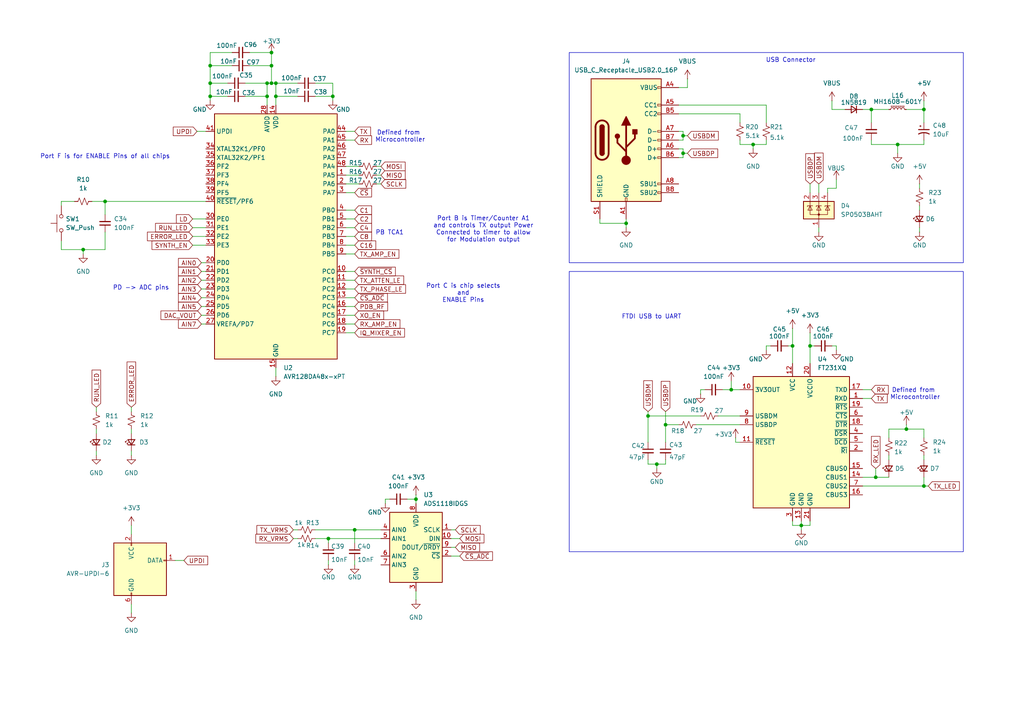
<source format=kicad_sch>
(kicad_sch (version 20231120) (generator "eeschema") (generator_version "8.0")
  (paper "A4")
  (title_block (date "2024-03-03") (rev "v1.0"))
  (junction (at 252.73 31.75))
  (junction (at 262.89 124.46))
  (junction (at 187.96 120.65))
  (junction (at 190.5 134.62))
  (junction (at 77.47 24.13))
  (junction (at 254 138.43))
  (junction (at 212.09 113.03))
  (junction (at 30.48 58.42))
  (junction (at 60.96 24.13))
  (junction (at 267.97 31.75))
  (junction (at 24.13 72.39))
  (junction (at 96.52 27.94))
  (junction (at 267.97 140.97))
  (junction (at 102.87 153.67))
  (junction (at 80.01 24.13))
  (junction (at 260.35 41.91))
  (junction (at 193.04 123.19))
  (junction (at 234.95 100.33))
  (junction (at 198.12 44.45))
  (junction (at 78.74 15.24))
  (junction (at 80.01 27.94))
  (junction (at 232.41 152.4))
  (junction (at 77.47 27.94))
  (junction (at 198.12 39.37))
  (junction (at 218.44 41.91))
  (junction (at 120.65 144.78))
  (junction (at 78.74 19.05))
  (junction (at 95.25 156.21))
  (junction (at 60.96 19.05))
  (junction (at 60.96 27.94))
  (junction (at 181.61 64.77))
  (junction (at 78.74 24.13))
  (junction (at 229.87 100.33))
  (wire (pts (xy 252.73 41.91) (xy 260.35 41.91)))
  (wire (pts (xy 72.39 19.05) (xy 78.74 19.05)))
  (wire (pts (xy 193.04 134.62) (xy 190.5 134.62)))
  (wire (pts (xy 234.95 100.33) (xy 234.95 105.41)))
  (wire (pts (xy 100.33 91.44) (xy 102.87 91.44)))
  (wire (pts (xy 130.81 161.29) (xy 133.35 161.29)))
  (wire (pts (xy 196.85 45.72) (xy 198.12 45.72)))
  (wire (pts (xy 60.96 15.24) (xy 60.96 19.05)))
  (wire (pts (xy 27.94 130.81) (xy 27.94 132.08)))
  (wire (pts (xy 58.42 83.82) (xy 59.69 83.82)))
  (wire (pts (xy 193.04 128.27) (xy 193.04 123.19)))
  (wire (pts (xy 267.97 127) (xy 267.97 124.46)))
  (wire (pts (xy 252.73 35.56) (xy 252.73 31.75)))
  (wire (pts (xy 111.76 144.78) (xy 113.03 144.78)))
  (wire (pts (xy 262.89 31.75) (xy 267.97 31.75)))
  (wire (pts (xy 254 138.43) (xy 250.19 138.43)))
  (wire (pts (xy 267.97 31.75) (xy 267.97 35.56)))
  (wire (pts (xy 100.33 73.66) (xy 102.87 73.66)))
  (wire (pts (xy 78.74 19.05) (xy 78.74 24.13)))
  (wire (pts (xy 232.41 152.4) (xy 232.41 151.13)))
  (wire (pts (xy 254 138.43) (xy 257.81 138.43)))
  (wire (pts (xy 91.44 153.67) (xy 102.87 153.67)))
  (wire (pts (xy 252.73 40.64) (xy 252.73 41.91)))
  (wire (pts (xy 80.01 106.68) (xy 80.01 109.22)))
  (wire (pts (xy 229.87 152.4) (xy 232.41 152.4)))
  (wire (pts (xy 196.85 38.1) (xy 198.12 38.1)))
  (wire (pts (xy 100.33 86.36) (xy 102.87 86.36)))
  (wire (pts (xy 173.99 64.77) (xy 181.61 64.77)))
  (wire (pts (xy 58.42 88.9) (xy 59.69 88.9)))
  (wire (pts (xy 229.87 95.25) (xy 229.87 100.33)))
  (wire (pts (xy 222.25 41.91) (xy 218.44 41.91)))
  (wire (pts (xy 181.61 63.5) (xy 181.61 64.77)))
  (wire (pts (xy 96.52 27.94) (xy 96.52 29.21)))
  (wire (pts (xy 100.33 50.8) (xy 104.14 50.8)))
  (wire (pts (xy 241.3 31.75) (xy 241.3 29.21)))
  (wire (pts (xy 80.01 24.13) (xy 86.36 24.13)))
  (wire (pts (xy 21.59 58.42) (xy 17.78 58.42)))
  (wire (pts (xy 109.22 50.8) (xy 110.49 50.8)))
  (wire (pts (xy 60.96 19.05) (xy 67.31 19.05)))
  (wire (pts (xy 213.36 128.27) (xy 213.36 127)))
  (wire (pts (xy 257.81 124.46) (xy 262.89 124.46)))
  (wire (pts (xy 199.39 25.4) (xy 196.85 25.4)))
  (wire (pts (xy 198.12 38.1) (xy 198.12 39.37)))
  (wire (pts (xy 267.97 124.46) (xy 262.89 124.46)))
  (wire (pts (xy 187.96 128.27) (xy 187.96 120.65)))
  (wire (pts (xy 240.03 54.61) (xy 240.03 55.88)))
  (wire (pts (xy 120.65 144.78) (xy 120.65 146.05)))
  (wire (pts (xy 60.96 24.13) (xy 60.96 27.94)))
  (wire (pts (xy 91.44 27.94) (xy 96.52 27.94)))
  (wire (pts (xy 100.33 81.28) (xy 102.87 81.28)))
  (wire (pts (xy 80.01 24.13) (xy 80.01 27.94)))
  (wire (pts (xy 58.42 76.2) (xy 59.69 76.2)))
  (wire (pts (xy 77.47 27.94) (xy 77.47 30.48)))
  (wire (pts (xy 58.42 91.44) (xy 59.69 91.44)))
  (wire (pts (xy 111.76 146.05) (xy 111.76 144.78)))
  (wire (pts (xy 77.47 24.13) (xy 77.47 27.94)))
  (wire (pts (xy 173.99 63.5) (xy 173.99 64.77)))
  (wire (pts (xy 55.88 63.5) (xy 59.69 63.5)))
  (wire (pts (xy 96.52 24.13) (xy 96.52 27.94)))
  (wire (pts (xy 71.12 27.94) (xy 77.47 27.94)))
  (wire (pts (xy 27.94 124.46) (xy 27.94 125.73)))
  (wire (pts (xy 57.15 38.1) (xy 59.69 38.1)))
  (wire (pts (xy 262.89 124.46) (xy 262.89 123.19)))
  (wire (pts (xy 109.22 48.26) (xy 110.49 48.26)))
  (wire (pts (xy 58.42 93.98) (xy 59.69 93.98)))
  (wire (pts (xy 266.7 66.04) (xy 266.7 67.31)))
  (wire (pts (xy 58.42 86.36) (xy 59.69 86.36)))
  (wire (pts (xy 267.97 40.64) (xy 267.97 41.91)))
  (wire (pts (xy 100.33 40.64) (xy 102.87 40.64)))
  (wire (pts (xy 266.7 59.69) (xy 266.7 60.96)))
  (wire (pts (xy 100.33 48.26) (xy 104.14 48.26)))
  (wire (pts (xy 85.09 156.21) (xy 86.36 156.21)))
  (wire (pts (xy 100.33 63.5) (xy 102.87 63.5)))
  (wire (pts (xy 214.63 40.64) (xy 214.63 41.91)))
  (wire (pts (xy 72.39 15.24) (xy 78.74 15.24)))
  (wire (pts (xy 252.73 31.75) (xy 257.81 31.75)))
  (wire (pts (xy 38.1 124.46) (xy 38.1 125.73)))
  (wire (pts (xy 91.44 24.13) (xy 96.52 24.13)))
  (wire (pts (xy 234.95 96.52) (xy 234.95 100.33)))
  (wire (pts (xy 120.65 171.45) (xy 120.65 173.99)))
  (wire (pts (xy 60.96 24.13) (xy 66.04 24.13)))
  (wire (pts (xy 100.33 96.52) (xy 102.87 96.52)))
  (wire (pts (xy 245.11 31.75) (xy 241.3 31.75)))
  (wire (pts (xy 91.44 156.21) (xy 95.25 156.21)))
  (wire (pts (xy 196.85 30.48) (xy 222.25 30.48)))
  (wire (pts (xy 250.19 31.75) (xy 252.73 31.75)))
  (wire (pts (xy 187.96 119.38) (xy 187.96 120.65)))
  (wire (pts (xy 222.25 101.6) (xy 222.25 100.33)))
  (wire (pts (xy 193.04 119.38) (xy 193.04 123.19)))
  (wire (pts (xy 214.63 35.56) (xy 214.63 33.02)))
  (wire (pts (xy 267.97 140.97) (xy 250.19 140.97)))
  (wire (pts (xy 77.47 24.13) (xy 78.74 24.13)))
  (wire (pts (xy 198.12 44.45) (xy 199.39 44.45)))
  (wire (pts (xy 50.8 162.56) (xy 53.34 162.56)))
  (wire (pts (xy 130.81 156.21) (xy 133.35 156.21)))
  (wire (pts (xy 17.78 72.39) (xy 17.78 69.85)))
  (wire (pts (xy 234.95 151.13) (xy 234.95 152.4)))
  (wire (pts (xy 237.49 66.04) (xy 237.49 67.31)))
  (wire (pts (xy 30.48 58.42) (xy 30.48 62.23)))
  (wire (pts (xy 38.1 152.4) (xy 38.1 154.94)))
  (wire (pts (xy 30.48 58.42) (xy 26.67 58.42)))
  (wire (pts (xy 237.49 53.34) (xy 237.49 55.88)))
  (wire (pts (xy 85.09 153.67) (xy 86.36 153.67)))
  (wire (pts (xy 203.2 113.03) (xy 204.47 113.03)))
  (wire (pts (xy 234.95 152.4) (xy 232.41 152.4)))
  (wire (pts (xy 198.12 45.72) (xy 198.12 44.45)))
  (wire (pts (xy 242.57 54.61) (xy 240.03 54.61)))
  (wire (pts (xy 193.04 133.35) (xy 193.04 134.62)))
  (wire (pts (xy 24.13 72.39) (xy 24.13 73.66)))
  (wire (pts (xy 250.19 115.57) (xy 252.73 115.57)))
  (wire (pts (xy 100.33 93.98) (xy 102.87 93.98)))
  (wire (pts (xy 198.12 43.18) (xy 198.12 44.45)))
  (wire (pts (xy 100.33 78.74) (xy 102.87 78.74)))
  (wire (pts (xy 228.6 100.33) (xy 229.87 100.33)))
  (wire (pts (xy 17.78 58.42) (xy 17.78 59.69)))
  (wire (pts (xy 269.24 140.97) (xy 267.97 140.97)))
  (wire (pts (xy 130.81 158.75) (xy 132.08 158.75)))
  (wire (pts (xy 196.85 33.02) (xy 214.63 33.02)))
  (wire (pts (xy 60.96 19.05) (xy 60.96 24.13)))
  (wire (pts (xy 78.74 15.24) (xy 78.74 19.05)))
  (wire (pts (xy 120.65 143.51) (xy 120.65 144.78)))
  (wire (pts (xy 100.33 53.34) (xy 104.14 53.34)))
  (wire (pts (xy 234.95 100.33) (xy 236.22 100.33)))
  (wire (pts (xy 208.28 120.65) (xy 214.63 120.65)))
  (wire (pts (xy 193.04 123.19) (xy 196.85 123.19)))
  (wire (pts (xy 257.81 132.08) (xy 257.81 133.35)))
  (wire (pts (xy 95.25 156.21) (xy 95.25 157.48)))
  (wire (pts (xy 199.39 22.86) (xy 199.39 25.4)))
  (wire (pts (xy 100.33 55.88) (xy 102.87 55.88)))
  (wire (pts (xy 222.25 40.64) (xy 222.25 41.91)))
  (wire (pts (xy 78.74 24.13) (xy 80.01 24.13)))
  (wire (pts (xy 100.33 71.12) (xy 102.87 71.12)))
  (wire (pts (xy 55.88 68.58) (xy 59.69 68.58)))
  (wire (pts (xy 102.87 153.67) (xy 110.49 153.67)))
  (wire (pts (xy 229.87 151.13) (xy 229.87 152.4)))
  (wire (pts (xy 187.96 133.35) (xy 187.96 134.62)))
  (wire (pts (xy 38.1 175.26) (xy 38.1 177.8)))
  (wire (pts (xy 100.33 83.82) (xy 102.87 83.82)))
  (wire (pts (xy 60.96 29.21) (xy 60.96 27.94)))
  (wire (pts (xy 267.97 29.21) (xy 267.97 31.75)))
  (wire (pts (xy 209.55 113.03) (xy 212.09 113.03)))
  (wire (pts (xy 250.19 113.03) (xy 252.73 113.03)))
  (wire (pts (xy 212.09 113.03) (xy 212.09 110.49)))
  (wire (pts (xy 196.85 43.18) (xy 198.12 43.18)))
  (wire (pts (xy 130.81 153.67) (xy 132.08 153.67)))
  (wire (pts (xy 30.48 67.31) (xy 30.48 72.39)))
  (wire (pts (xy 234.95 53.34) (xy 234.95 55.88)))
  (wire (pts (xy 80.01 27.94) (xy 86.36 27.94)))
  (wire (pts (xy 266.7 53.34) (xy 266.7 54.61)))
  (wire (pts (xy 260.35 41.91) (xy 260.35 44.45)))
  (wire (pts (xy 58.42 81.28) (xy 59.69 81.28)))
  (wire (pts (xy 267.97 132.08) (xy 267.97 133.35)))
  (wire (pts (xy 100.33 88.9) (xy 102.87 88.9)))
  (wire (pts (xy 187.96 120.65) (xy 203.2 120.65)))
  (wire (pts (xy 60.96 27.94) (xy 66.04 27.94)))
  (wire (pts (xy 100.33 68.58) (xy 102.87 68.58)))
  (wire (pts (xy 100.33 66.04) (xy 102.87 66.04)))
  (wire (pts (xy 102.87 153.67) (xy 102.87 157.48)))
  (wire (pts (xy 214.63 128.27) (xy 213.36 128.27)))
  (wire (pts (xy 80.01 27.94) (xy 80.01 30.48)))
  (wire (pts (xy 229.87 100.33) (xy 229.87 105.41)))
  (wire (pts (xy 100.33 60.96) (xy 102.87 60.96)))
  (wire (pts (xy 242.57 52.07) (xy 242.57 54.61)))
  (wire (pts (xy 190.5 134.62) (xy 190.5 135.89)))
  (wire (pts (xy 267.97 138.43) (xy 267.97 140.97)))
  (wire (pts (xy 100.33 38.1) (xy 102.87 38.1)))
  (wire (pts (xy 27.94 118.11) (xy 27.94 119.38)))
  (wire (pts (xy 254 135.89) (xy 254 138.43)))
  (wire (pts (xy 241.3 100.33) (xy 242.57 100.33)))
  (wire (pts (xy 222.25 100.33) (xy 223.52 100.33)))
  (wire (pts (xy 257.81 127) (xy 257.81 124.46)))
  (wire (pts (xy 196.85 40.64) (xy 198.12 40.64)))
  (wire (pts (xy 181.61 64.77) (xy 181.61 66.04)))
  (wire (pts (xy 30.48 72.39) (xy 24.13 72.39)))
  (wire (pts (xy 198.12 40.64) (xy 198.12 39.37)))
  (wire (pts (xy 203.2 114.3) (xy 203.2 113.03)))
  (wire (pts (xy 218.44 41.91) (xy 218.44 43.18)))
  (wire (pts (xy 30.48 58.42) (xy 59.69 58.42)))
  (wire (pts (xy 187.96 134.62) (xy 190.5 134.62)))
  (wire (pts (xy 58.42 78.74) (xy 59.69 78.74)))
  (wire (pts (xy 38.1 118.11) (xy 38.1 119.38)))
  (wire (pts (xy 242.57 100.33) (xy 242.57 101.6)))
  (wire (pts (xy 109.22 53.34) (xy 110.49 53.34)))
  (wire (pts (xy 24.13 72.39) (xy 17.78 72.39)))
  (wire (pts (xy 232.41 152.4) (xy 232.41 153.67)))
  (wire (pts (xy 267.97 41.91) (xy 260.35 41.91)))
  (wire (pts (xy 55.88 66.04) (xy 59.69 66.04)))
  (wire (pts (xy 222.25 30.48) (xy 222.25 35.56)))
  (wire (pts (xy 102.87 162.56) (xy 102.87 163.83)))
  (wire (pts (xy 214.63 113.03) (xy 212.09 113.03)))
  (wire (pts (xy 95.25 162.56) (xy 95.25 163.83)))
  (wire (pts (xy 38.1 130.81) (xy 38.1 132.08)))
  (wire (pts (xy 201.93 123.19) (xy 214.63 123.19)))
  (wire (pts (xy 71.12 24.13) (xy 77.47 24.13)))
  (wire (pts (xy 95.25 156.21) (xy 110.49 156.21)))
  (wire (pts (xy 55.88 71.12) (xy 59.69 71.12)))
  (wire (pts (xy 118.11 144.78) (xy 120.65 144.78)))
  (wire (pts (xy 198.12 39.37) (xy 199.39 39.37)))
  (wire (pts (xy 214.63 41.91) (xy 218.44 41.91)))
  (wire (pts (xy 60.96 15.24) (xy 67.31 15.24)))
  (rectangle (start 165.1 78.74) (end 279.4 160.02))
  (rectangle (start 165.1 15.24) (end 279.4 76.2))
  (text "Defined from \nMicrocontroller" (at 116.078 39.624 0) (effects (font (size 1.27 1.27))))
  (text "Port F is for ENABLE Pins of all chips" (at 30.48 45.466 0) (effects (font (size 1.27 1.27))))
  (text "Port C is chip selects\nand\nENABLE Pins" (at 134.366 85.09 0) (effects (font (size 1.27 1.27))))
  (text "PB TCA1" (at 113.03 67.564 0) (effects (font (size 1.27 1.27))))
  (text "Port B is Timer/Counter A1\nand controls TX output Power\nConnected to timer to allow\nfor Modulation output" (at 140.208 66.548 0) (effects (font (size 1.27 1.27))))
  (text "PD -> ADC pins" (at 40.894 83.566 0) (effects (font (size 1.27 1.27))))
  (text "Defined from \nMicrocontroller" (at 265.43 114.3 0) (effects (font (size 1.27 1.27))))
  (text "FTDI USB to UART" (at 188.976 91.948 0) (effects (font (size 1.27 1.27))))
  (text "USB Connector" (at 229.362 17.526 0) (effects (font (size 1.27 1.27))))
  (global_label "TX_ATTEN_LE" (shape input) (at 102.87 81.28 0) (property "Intersheetrefs" "${INTERSHEET_REFS}" (effects (hide yes))))
  (global_label "PDB_RF" (shape input) (at 102.87 88.9 0) (property "Intersheetrefs" "${INTERSHEET_REFS}" (effects (hide yes))))
  (global_label "AIN1" (shape input) (at 58.42 78.74 180) (property "Intersheetrefs" "${INTERSHEET_REFS}" (effects (hide yes))))
  (global_label "USBDM" (shape input) (at 199.39 39.37 0) (property "Intersheetrefs" "${INTERSHEET_REFS}" (effects (hide yes))))
  (global_label "MOSI" (shape input) (at 133.35 156.21 0) (property "Intersheetrefs" "${INTERSHEET_REFS}" (effects (hide yes))))
  (global_label "AIN7" (shape input) (at 58.42 93.98 180) (property "Intersheetrefs" "${INTERSHEET_REFS}" (effects (hide yes))))
  (global_label "TX" (shape input) (at 252.73 115.57 0) (property "Intersheetrefs" "${INTERSHEET_REFS}" (effects (hide yes))))
  (global_label "RX_VRMS" (shape input) (at 85.09 156.21 180) (property "Intersheetrefs" "${INTERSHEET_REFS}" (effects (hide yes))))
  (global_label "RX_LED" (shape input) (at 254 135.89 90) (property "Intersheetrefs" "${INTERSHEET_REFS}" (effects (hide yes))))
  (global_label "C2" (shape input) (at 102.87 63.5 0) (property "Intersheetrefs" "${INTERSHEET_REFS}" (effects (hide yes))))
  (global_label "SCLK" (shape input) (at 110.49 53.34 0) (property "Intersheetrefs" "${INTERSHEET_REFS}" (effects (hide yes))))
  (global_label "C1" (shape input) (at 102.87 60.96 0) (property "Intersheetrefs" "${INTERSHEET_REFS}" (effects (hide yes))))
  (global_label "USBDP" (shape input) (at 199.39 44.45 0) (property "Intersheetrefs" "${INTERSHEET_REFS}" (effects (hide yes))))
  (global_label "USBDP" (shape input) (at 193.04 119.38 90) (property "Intersheetrefs" "${INTERSHEET_REFS}" (effects (hide yes))))
  (global_label "SYNTH_EN" (shape input) (at 55.88 71.12 180) (property "Intersheetrefs" "${INTERSHEET_REFS}" (effects (hide yes))))
  (global_label "C8" (shape input) (at 102.87 68.58 0) (property "Intersheetrefs" "${INTERSHEET_REFS}" (effects (hide yes))))
  (global_label "ERROR_LED" (shape input) (at 55.88 68.58 180) (property "Intersheetrefs" "${INTERSHEET_REFS}" (effects (hide yes))))
  (global_label "UPDI" (shape input) (at 57.15 38.1 180) (property "Intersheetrefs" "${INTERSHEET_REFS}" (effects (hide yes))))
  (global_label "AIN3" (shape input) (at 58.42 83.82 180) (property "Intersheetrefs" "${INTERSHEET_REFS}" (effects (hide yes))))
  (global_label "~{CS_ADC}" (shape input) (at 133.35 161.29 0) (property "Intersheetrefs" "${INTERSHEET_REFS}" (effects (hide yes))))
  (global_label "MOSI" (shape input) (at 110.49 48.26 0) (property "Intersheetrefs" "${INTERSHEET_REFS}" (effects (hide yes))))
  (global_label "MISO" (shape input) (at 110.49 50.8 0) (property "Intersheetrefs" "${INTERSHEET_REFS}" (effects (hide yes))))
  (global_label "AIN2" (shape input) (at 58.42 81.28 180) (property "Intersheetrefs" "${INTERSHEET_REFS}" (effects (hide yes))))
  (global_label "TX_LED" (shape input) (at 269.24 140.97 0) (property "Intersheetrefs" "${INTERSHEET_REFS}" (effects (hide yes))))
  (global_label "RX" (shape input) (at 252.73 113.03 0) (property "Intersheetrefs" "${INTERSHEET_REFS}" (effects (hide yes))))
  (global_label "UPDI" (shape input) (at 53.34 162.56 0) (property "Intersheetrefs" "${INTERSHEET_REFS}" (effects (hide yes))))
  (global_label "AIN0" (shape input) (at 58.42 76.2 180) (property "Intersheetrefs" "${INTERSHEET_REFS}" (effects (hide yes))))
  (global_label "USBDM" (shape input) (at 237.49 53.34 90) (property "Intersheetrefs" "${INTERSHEET_REFS}" (effects (hide yes))))
  (global_label "RX" (shape input) (at 102.87 40.64 0) (property "Intersheetrefs" "${INTERSHEET_REFS}" (effects (hide yes))))
  (global_label "~{SYNTH_CS}" (shape input) (at 102.87 78.74 0) (property "Intersheetrefs" "${INTERSHEET_REFS}" (effects (hide yes))))
  (global_label "AIN4" (shape input) (at 58.42 86.36 180) (property "Intersheetrefs" "${INTERSHEET_REFS}" (effects (hide yes))))
  (global_label "C4" (shape input) (at 102.87 66.04 0) (property "Intersheetrefs" "${INTERSHEET_REFS}" (effects (hide yes))))
  (global_label "RUN_LED" (shape input) (at 27.94 118.11 90) (property "Intersheetrefs" "${INTERSHEET_REFS}" (effects (hide yes))))
  (global_label "XO_EN" (shape input) (at 102.87 91.44 0) (property "Intersheetrefs" "${INTERSHEET_REFS}" (effects (hide yes))))
  (global_label "USBDP" (shape input) (at 234.95 53.34 90) (property "Intersheetrefs" "${INTERSHEET_REFS}" (effects (hide yes))))
  (global_label "TX_AMP_EN" (shape input) (at 102.87 73.66 0) (property "Intersheetrefs" "${INTERSHEET_REFS}" (effects (hide yes))))
  (global_label "C16" (shape input) (at 102.87 71.12 0) (property "Intersheetrefs" "${INTERSHEET_REFS}" (effects (hide yes))))
  (global_label "RX_AMP_EN" (shape input) (at 102.87 93.98 0) (property "Intersheetrefs" "${INTERSHEET_REFS}" (effects (hide yes))))
  (global_label "LD" (shape input) (at 55.88 63.5 180) (property "Intersheetrefs" "${INTERSHEET_REFS}" (effects (hide yes))))
  (global_label "SCLK" (shape input) (at 132.08 153.67 0) (property "Intersheetrefs" "${INTERSHEET_REFS}" (effects (hide yes))))
  (global_label "TX" (shape input) (at 102.87 38.1 0) (property "Intersheetrefs" "${INTERSHEET_REFS}" (effects (hide yes))))
  (global_label "~{CS}" (shape input) (at 102.87 55.88 0) (property "Intersheetrefs" "${INTERSHEET_REFS}" (effects (hide yes))))
  (global_label "TX_VRMS" (shape input) (at 85.09 153.67 180) (property "Intersheetrefs" "${INTERSHEET_REFS}" (effects (hide yes))))
  (global_label "ERROR_LED" (shape input) (at 38.1 118.11 90) (property "Intersheetrefs" "${INTERSHEET_REFS}" (effects (hide yes))))
  (global_label "TX_PHASE_LE" (shape input) (at 102.87 83.82 0) (property "Intersheetrefs" "${INTERSHEET_REFS}" (effects (hide yes))))
  (global_label "~{CS_ADC}" (shape input) (at 102.87 86.36 0) (property "Intersheetrefs" "${INTERSHEET_REFS}" (effects (hide yes))))
  (global_label "IQ_MIXER_EN" (shape input) (at 102.87 96.52 0) (property "Intersheetrefs" "${INTERSHEET_REFS}" (effects (hide yes))))
  (global_label "DAC_VOUT" (shape input) (at 58.42 91.44 180) (property "Intersheetrefs" "${INTERSHEET_REFS}" (effects (hide yes))))
  (global_label "RUN_LED" (shape input) (at 55.88 66.04 180) (property "Intersheetrefs" "${INTERSHEET_REFS}" (effects (hide yes))))
  (global_label "AIN5" (shape input) (at 58.42 88.9 180) (property "Intersheetrefs" "${INTERSHEET_REFS}" (effects (hide yes))))
  (global_label "MISO" (shape input) (at 132.08 158.75 0) (property "Intersheetrefs" "${INTERSHEET_REFS}" (effects (hide yes))))
  (global_label "USBDM" (shape input) (at 187.96 119.38 90) (property "Intersheetrefs" "${INTERSHEET_REFS}" (effects (hide yes))))
  (symbol (lib_id "Device:R_Small_US") (at 222.25 38.1 0) (unit 1)
    (property "Reference" "R21" (at 223.266 36.83 0) (effects (justify left)))
    (property "Value" "5.1k" (at 223.266 39.878 0) (effects (justify left)))
    (property "Footprint" "Resistor_SMD:R_0603_1608Metric" (effects (hide yes)))
    (property "Description" "Resistor, small US symbol" (effects (hide yes)))
  )
  (symbol (lib_id "Device:R_Small_US") (at 88.9 156.21 90) (unit 1)
    (property "Reference" "R14" (at 90.678 158.242 90))
    (property "Value" "1k" (at 87.376 157.988 90))
    (property "Footprint" "Resistor_SMD:R_0603_1608Metric" (effects (hide yes)))
    (property "Description" "Resistor, small US symbol" (effects (hide yes)))
  )
  (symbol (lib_id "Switch:SW_Push") (at 17.78 64.77 90) (unit 1)
    (property "Reference" "SW1" (at 19.05 63.4999 90) (effects (justify right)))
    (property "Value" "SW_Push" (at 19.05 66.0399 90) (effects (justify right)))
    (property "Footprint" "Button_Switch_SMD:SW_SPST_B3SL-1002P" (effects (hide yes)))
    (property "Description" "Push button switch, generic, two pins" (effects (hide yes)))
  )
  (symbol (lib_id "power:+5V") (at 262.89 123.19 0) (unit 1)
    (property "Reference" "#PWR061" (effects (hide yes)))
    (property "Value" "+5V" (at 262.89 119.634 0))
    (property "Description" "Power symbol creates a global label with name \"+5V\"" (effects (hide yes)))
  )
  (symbol (lib_id "Device:LED_Small") (at 38.1 128.27 90) (unit 1)
    (property "Reference" "D3" (at 40.386 128.27 90) (effects (justify right)))
    (property "Value" "150080SS75000" (effects (hide yes)))
    (property "Footprint" "LED_SMD:LED_0805_2012Metric" (effects (hide yes)))
    (property "Datasheet" "https://www.we-online.com/components/products/datasheet/150080VS75000.pdf" (effects (hide yes)))
    (property "Description" "Light emitting diode, small symbol" (effects (hide yes)))
  )
  (symbol (lib_id "power:GND") (at 266.7 67.31 0) (unit 1)
    (property "Reference" "#PWR063" (effects (hide yes)))
    (property "Value" "GND" (at 266.7 71.12 0))
    (property "Description" "Power symbol creates a global label with name \"GND\" , ground" (effects (hide yes)))
  )
  (symbol (lib_id "Device:R_Small_US") (at 199.39 123.19 90) (unit 1)
    (property "Reference" "R18" (at 196.596 124.968 90))
    (property "Value" "27" (at 202.438 124.968 90))
    (property "Footprint" "Resistor_SMD:R_0603_1608Metric" (effects (hide yes)))
    (property "Description" "Resistor, small US symbol" (effects (hide yes)))
  )
  (symbol (lib_id "power:GND") (at 190.5 135.89 0) (unit 1)
    (property "Reference" "#PWR046" (effects (hide yes)))
    (property "Value" "GND" (at 190.5 139.7 0))
    (property "Description" "Power symbol creates a global label with name \"GND\" , ground" (effects (hide yes)))
  )
  (symbol (lib_id "power:GND") (at 60.96 29.21 0) (unit 1)
    (property "Reference" "#PWR036" (effects (hide yes)))
    (property "Value" "GND" (at 57.912 31.75 0))
    (property "Description" "Power symbol creates a global label with name \"GND\" , ground" (effects (hide yes)))
  )
  (symbol (lib_id "power:GND") (at 260.35 44.45 0) (unit 1)
    (property "Reference" "#PWR060" (effects (hide yes)))
    (property "Value" "GND" (at 260.35 48.26 0))
    (property "Description" "Power symbol creates a global label with name \"GND\" , ground" (effects (hide yes)))
  )
  (symbol (lib_id "power:GND") (at 38.1 177.8 0) (unit 1)
    (property "Reference" "#PWR035" (effects (hide yes)))
    (property "Value" "GND" (at 38.1 182.88 0))
    (property "Description" "Power symbol creates a global label with name \"GND\" , ground" (effects (hide yes)))
  )
  (symbol (lib_id "Device:LED_Small") (at 257.81 135.89 90) (unit 1)
    (property "Reference" "D5" (at 259.588 135.89 90) (effects (justify right)))
    (property "Value" "150080VS75000" (effects (hide yes)))
    (property "Footprint" "LED_SMD:LED_0805_2012Metric" (effects (hide yes)))
    (property "Datasheet" "https://www.we-online.com/components/products/datasheet/150080VS75000.pdf" (effects (hide yes)))
    (property "Description" "Light emitting diode, small symbol" (effects (hide yes)))
  )
  (symbol (lib_id "power:GND") (at 102.87 163.83 0) (unit 1)
    (property "Reference" "#PWR041" (effects (hide yes)))
    (property "Value" "GND" (at 102.87 167.386 0))
    (property "Description" "Power symbol creates a global label with name \"GND\" , ground" (effects (hide yes)))
  )
  (symbol (lib_id "Device:L_Ferrite_Small") (at 260.35 31.75 90) (unit 1)
    (property "Reference" "L16" (at 260.35 27.686 90))
    (property "Value" "MH1608-601Y" (at 260.35 29.464 90))
    (property "Footprint" "Inductor_SMD:L_0603_1608Metric" (effects (hide yes)))
    (property "Datasheet" "https://www.bourns.com/docs/Product-Datasheets/mh.pdf" (effects (hide yes)))
    (property "Description" "Inductor with ferrite core, small symbol" (effects (hide yes)))
  )
  (symbol (lib_id "Device:C_Small") (at 68.58 27.94 90) (unit 1)
    (property "Reference" "C36" (at 72.136 26.924 90))
    (property "Value" "10nF" (at 65.024 26.67 90))
    (property "Footprint" "Capacitor_SMD:C_0402_1005Metric" (effects (hide yes)))
    (property "Description" "Unpolarized capacitor, small symbol" (effects (hide yes)))
  )
  (symbol (lib_id "power:VBUS") (at 241.3 29.21 0) (unit 1)
    (property "Reference" "#PWR059" (effects (hide yes)))
    (property "Value" "VBUS" (at 241.3 24.13 0))
    (property "Description" "Power symbol creates a global label with name \"VBUS\"" (effects (hide yes)))
  )
  (symbol (lib_id "Analog_ADC:ADS1118IDGS") (at 120.65 158.75 0) (unit 1)
    (property "Reference" "U3" (at 122.8441 143.51 0) (effects (justify left)))
    (property "Value" "ADS1118IDGS" (at 122.8441 146.05 0) (effects (justify left)))
    (property "Footprint" "Package_SO:MSOP-10_3x3mm_P0.5mm" (effects (hide yes)))
    (property "Datasheet" "http://www.ti.com/lit/ds/symlink/ads1118.pdf" (effects (hide yes)))
    (property "Description" "Ultrasmall, Low-Power, SPI-Compatible, 16-Bit Analog-to-Digital Converter with Internal Reference and Temperature Sensor, VSSOP-10" (effects (hide yes)))
  )
  (symbol (lib_id "Power_Protection:SP0503BAHT") (at 237.49 60.96 0) (unit 1)
    (property "Reference" "D4" (at 243.84 59.6899 0) (effects (justify left)))
    (property "Value" "SP0503BAHT" (at 243.84 62.2299 0) (effects (justify left)))
    (property "Footprint" "Package_TO_SOT_SMD:SOT-143" (effects (hide yes)))
    (property "Datasheet" "http://www.littelfuse.com/~/media/files/littelfuse/technical%20resources/documents/data%20sheets/sp05xxba.pdf" (effects (hide yes)))
    (property "Description" "TVS Diode Array, 5.5V Standoff, 3 Channels, SOT-143 package" (effects (hide yes)))
  )
  (symbol (lib_id "Connector:USB_C_Receptacle_USB2.0_16P") (at 181.61 40.64 0) (unit 1)
    (property "Reference" "J4" (at 181.61 17.78 0))
    (property "Value" "USB_C_Receptacle_USB2.0_16P" (at 181.61 20.32 0))
    (property "Footprint" "Connector_USB:USB_C_Receptacle_GCT_USB4085" (effects (hide yes)))
    (property "Datasheet" "https://www.usb.org/sites/default/files/documents/usb_type-c.zip" (effects (hide yes)))
    (property "Description" "USB 2.0-only 16P Type-C Receptacle connector" (effects (hide yes)))
  )
  (symbol (lib_id "Device:C_Small") (at 252.73 38.1 180) (unit 1)
    (property "Reference" "C47" (at 246.888 37.084 0))
    (property "Value" "100nF" (at 247.396 40.132 0))
    (property "Footprint" "Capacitor_SMD:C_0402_1005Metric" (effects (hide yes)))
    (property "Description" "Unpolarized capacitor, small symbol" (effects (hide yes)))
  )
  (symbol (lib_id "power:GND") (at 24.13 73.66 0) (unit 1)
    (property "Reference" "#PWR031" (effects (hide yes)))
    (property "Value" "GND" (at 24.13 78.74 0))
    (property "Description" "Power symbol creates a global label with name \"GND\" , ground" (effects (hide yes)))
  )
  (symbol (lib_id "Device:LED_Small") (at 266.7 63.5 90) (unit 1)
    (property "Reference" "D6" (at 268.478 63.5 90) (effects (justify right)))
    (property "Value" "150080VS75000" (effects (hide yes)))
    (property "Footprint" "LED_SMD:LED_0805_2012Metric" (effects (hide yes)))
    (property "Datasheet" "https://www.we-online.com/components/products/datasheet/150080VS75000.pdf" (effects (hide yes)))
    (property "Description" "Light emitting diode, small symbol" (effects (hide yes)))
  )
  (symbol (lib_id "Device:R_Small_US") (at 88.9 153.67 90) (unit 1)
    (property "Reference" "R13" (at 90.678 151.638 90))
    (property "Value" "1k" (at 86.614 151.638 90))
    (property "Footprint" "Resistor_SMD:R_0603_1608Metric" (effects (hide yes)))
    (property "Description" "Resistor, small US symbol" (effects (hide yes)))
  )
  (symbol (lib_id "Device:C_Small") (at 115.57 144.78 90) (unit 1)
    (property "Reference" "C41" (at 115.5763 138.43 90))
    (property "Value" "100nF" (at 115.5763 140.97 90))
    (property "Footprint" "Capacitor_SMD:C_0402_1005Metric" (effects (hide yes)))
    (property "Description" "Unpolarized capacitor, small symbol" (effects (hide yes)))
  )
  (symbol (lib_id "power:GND") (at 111.76 146.05 0) (unit 1)
    (property "Reference" "#PWR042" (effects (hide yes)))
    (property "Value" "GND" (at 108.712 148.59 0))
    (property "Description" "Power symbol creates a global label with name \"GND\" , ground" (effects (hide yes)))
  )
  (symbol (lib_id "power:+3V3") (at 78.74 15.24 0) (unit 1)
    (property "Reference" "#PWR037" (effects (hide yes)))
    (property "Value" "+3V3" (at 78.74 11.938 0))
    (property "Description" "Power symbol creates a global label with name \"+3V3\"" (effects (hide yes)))
  )
  (symbol (lib_id "Device:C_Small") (at 69.85 15.24 90) (unit 1)
    (property "Reference" "C96" (at 72.644 12.954 90))
    (property "Value" "100nF" (at 65.786 13.208 90))
    (property "Footprint" "Capacitor_SMD:C_0402_1005Metric" (effects (hide yes)))
    (property "Description" "Unpolarized capacitor, small symbol" (effects (hide yes)))
  )
  (symbol (lib_id "Device:C_Small") (at 68.58 24.13 90) (unit 1)
    (property "Reference" "C35" (at 71.374 21.844 90))
    (property "Value" "100nF" (at 64.516 22.098 90))
    (property "Footprint" "Capacitor_SMD:C_0402_1005Metric" (effects (hide yes)))
    (property "Description" "Unpolarized capacitor, small symbol" (effects (hide yes)))
  )
  (symbol (lib_id "Device:C_Polarized_Small_US") (at 267.97 38.1 0) (unit 1)
    (property "Reference" "C48" (at 270.51 36.3981 0) (effects (justify left)))
    (property "Value" "10uF" (at 270.51 38.9381 0) (effects (justify left)))
    (property "Footprint" "Capacitor_Tantalum_SMD:CP_EIA-3216-18_Kemet-A" (effects (hide yes)))
    (property "Description" "Polarized capacitor, small US symbol" (effects (hide yes)))
  )
  (symbol (lib_id "Device:R_Small_US") (at 267.97 129.54 0) (unit 1)
    (property "Reference" "R24" (at 270.51 128.2699 0) (effects (justify left)))
    (property "Value" "1k" (at 270.51 130.8099 0) (effects (justify left)))
    (property "Footprint" "Resistor_SMD:R_0603_1608Metric" (effects (hide yes)))
    (property "Description" "Resistor, small US symbol" (effects (hide yes)))
  )
  (symbol (lib_id "Device:C_Small") (at 88.9 27.94 90) (unit 1)
    (property "Reference" "C38" (at 92.964 26.67 90))
    (property "Value" "10nF" (at 84.582 26.416 90))
    (property "Footprint" "Capacitor_SMD:C_0402_1005Metric" (effects (hide yes)))
    (property "Description" "Unpolarized capacitor, small symbol" (effects (hide yes)))
  )
  (symbol (lib_id "Device:R_Small_US") (at 27.94 121.92 0) (unit 1)
    (property "Reference" "R11" (at 30.48 120.6499 0) (effects (justify left)))
    (property "Value" "1k" (at 30.48 123.1899 0) (effects (justify left)))
    (property "Footprint" "Resistor_SMD:R_0603_1608Metric" (effects (hide yes)))
    (property "Description" "Resistor, small US symbol" (effects (hide yes)))
  )
  (symbol (lib_id "Device:C_Small") (at 207.01 113.03 90) (unit 1)
    (property "Reference" "C44" (at 207.0163 106.68 90))
    (property "Value" "100nF" (at 207.0163 109.22 90))
    (property "Footprint" "Capacitor_SMD:C_0402_1005Metric" (effects (hide yes)))
    (property "Description" "Unpolarized capacitor, small symbol" (effects (hide yes)))
  )
  (symbol (lib_id "power:GND") (at 96.52 29.21 0) (unit 1)
    (property "Reference" "#PWR040" (effects (hide yes)))
    (property "Value" "GND" (at 99.568 31.75 0))
    (property "Description" "Power symbol creates a global label with name \"GND\" , ground" (effects (hide yes)))
  )
  (symbol (lib_id "Device:C_Small") (at 102.87 160.02 0) (unit 1)
    (property "Reference" "C40" (at 103.632 158.496 0) (effects (justify left)))
    (property "Value" "10nF" (at 103.632 162.306 0) (effects (justify left)))
    (property "Footprint" "Capacitor_SMD:C_0402_1005Metric" (effects (hide yes)))
    (property "Description" "Unpolarized capacitor, small symbol" (effects (hide yes)))
  )
  (symbol (lib_id "Device:R_Small_US") (at 24.13 58.42 90) (unit 1)
    (property "Reference" "R10" (at 24.13 52.07 90))
    (property "Value" "1k" (at 24.13 54.61 90))
    (property "Footprint" "Resistor_SMD:R_0603_1608Metric" (effects (hide yes)))
    (property "Description" "Resistor, small US symbol" (effects (hide yes)))
  )
  (symbol (lib_id "Device:C_Small") (at 88.9 24.13 90) (unit 1)
    (property "Reference" "C37" (at 92.71 22.86 90))
    (property "Value" "100nF" (at 84.582 22.606 90))
    (property "Footprint" "Capacitor_SMD:C_0402_1005Metric" (effects (hide yes)))
    (property "Description" "Unpolarized capacitor, small symbol" (effects (hide yes)))
  )
  (symbol (lib_id "Interface_USB:FT231XQ") (at 232.41 128.27 0) (unit 1)
    (property "Reference" "U4" (at 237.1441 104.14 0) (effects (justify left)))
    (property "Value" "FT231XQ" (at 237.1441 106.68 0) (effects (justify left)))
    (property "Footprint" "Package_DFN_QFN:QFN-20-1EP_4x4mm_P0.5mm_EP2.5x2.5mm" (effects (hide yes)))
    (property "Datasheet" "https://www.ftdichip.com/Support/Documents/DataSheets/ICs/DS_FT231X.pdf" (effects (hide yes)))
    (property "Description" "Full Speed USB to Full Handshake UART, QFN-20" (effects (hide yes)))
    (property "Digikey" "768-1128-1-ND" (effects (hide yes)))
  )
  (symbol (lib_id "power:GND") (at 27.94 132.08 0) (unit 1)
    (property "Reference" "#PWR032" (effects (hide yes)))
    (property "Value" "GND" (at 27.94 137.16 0))
    (property "Description" "Power symbol creates a global label with name \"GND\" , ground" (effects (hide yes)))
  )
  (symbol (lib_id "Device:C_Small") (at 193.04 130.81 0) (unit 1)
    (property "Reference" "C43" (at 194.056 129.032 0) (effects (justify left)))
    (property "Value" "47pF" (at 194.056 132.588 0) (effects (justify left)))
    (property "Footprint" "Capacitor_SMD:C_0402_1005Metric" (effects (hide yes)))
    (property "Description" "Unpolarized capacitor, small symbol" (effects (hide yes)))
  )
  (symbol (lib_id "Device:C_Small") (at 30.48 64.77 180) (unit 1)
    (property "Reference" "C34" (at 33.02 63.4935 0) (effects (justify right)))
    (property "Value" "100nF" (at 33.02 66.0335 0) (effects (justify right)))
    (property "Footprint" "Capacitor_SMD:C_0402_1005Metric" (effects (hide yes)))
    (property "Description" "Unpolarized capacitor, small symbol" (effects (hide yes)))
  )
  (symbol (lib_id "Device:C_Small") (at 238.76 100.33 90) (unit 1)
    (property "Reference" "C46" (at 238.76 95.504 90))
    (property "Value" "100nF" (at 238.76 97.536 90))
    (property "Footprint" "Capacitor_SMD:C_0402_1005Metric" (effects (hide yes)))
    (property "Description" "Unpolarized capacitor, small symbol" (effects (hide yes)))
  )
  (symbol (lib_id "power:+3V3") (at 38.1 152.4 0) (unit 1)
    (property "Reference" "#PWR034" (effects (hide yes)))
    (property "Value" "+3V3" (at 38.1 147.32 0))
    (property "Description" "Power symbol creates a global label with name \"+3V3\"" (effects (hide yes)))
  )
  (symbol (lib_id "power:GND") (at 80.01 109.22 0) (unit 1)
    (property "Reference" "#PWR038" (effects (hide yes)))
    (property "Value" "GND" (at 80.01 114.3 0))
    (property "Description" "Power symbol creates a global label with name \"GND\" , ground" (effects (hide yes)))
  )
  (symbol (lib_id "Device:R_Small_US") (at 106.68 50.8 90) (unit 1)
    (property "Reference" "R16" (at 103.124 49.784 90))
    (property "Value" "27" (at 109.474 49.784 90))
    (property "Footprint" "Resistor_SMD:R_0603_1608Metric" (effects (hide yes)))
    (property "Description" "Resistor, small US symbol" (effects (hide yes)))
  )
  (symbol (lib_id "Device:D_Small") (at 247.65 31.75 180) (unit 1)
    (property "Reference" "D8" (at 247.65 27.94 0))
    (property "Value" "1N5819" (at 247.65 29.718 0))
    (property "Footprint" "Diode_SMD:D_SOD-123" (effects (hide yes)))
    (property "Datasheet" "https://www.diodes.com/assets/Datasheets/1N5819HW.pdf" (effects (hide yes)))
    (property "Description" "Diode, small symbol" (effects (hide yes)))
    (property "Sim.Device" "D" (effects (hide yes)))
    (property "Sim.Pins" "1=K 2=A" (effects (hide yes)))
  )
  (symbol (lib_id "power:+3V3") (at 213.36 127 0) (unit 1)
    (property "Reference" "#PWR050" (effects (hide yes)))
    (property "Value" "+3V3" (at 209.804 125.984 0))
    (property "Description" "Power symbol creates a global label with name \"+3V3\"" (effects (hide yes)))
  )
  (symbol (lib_id "power:GND") (at 232.41 153.67 0) (unit 1)
    (property "Reference" "#PWR054" (effects (hide yes)))
    (property "Value" "GND" (at 232.41 157.48 0))
    (property "Description" "Power symbol creates a global label with name \"GND\" , ground" (effects (hide yes)))
  )
  (symbol (lib_id "power:+3V3") (at 212.09 110.49 0) (unit 1)
    (property "Reference" "#PWR049" (effects (hide yes)))
    (property "Value" "+3V3" (at 212.09 106.68 0))
    (property "Description" "Power symbol creates a global label with name \"+3V3\"" (effects (hide yes)))
  )
  (symbol (lib_id "power:+5V") (at 267.97 29.21 0) (unit 1)
    (property "Reference" "#PWR064" (effects (hide yes)))
    (property "Value" "+5V" (at 267.97 24.13 0))
    (property "Description" "Power symbol creates a global label with name \"+5V\"" (effects (hide yes)))
  )
  (symbol (lib_id "Device:C_Small") (at 226.06 100.33 90) (unit 1)
    (property "Reference" "C45" (at 226.06 95.504 90))
    (property "Value" "100nF" (at 226.06 97.536 90))
    (property "Footprint" "Capacitor_SMD:C_0402_1005Metric" (effects (hide yes)))
    (property "Description" "Unpolarized capacitor, small symbol" (effects (hide yes)))
  )
  (symbol (lib_id "power:+3V3") (at 234.95 96.52 0) (unit 1)
    (property "Reference" "#PWR055" (effects (hide yes)))
    (property "Value" "+3V3" (at 234.95 91.44 0))
    (property "Description" "Power symbol creates a global label with name \"+3V3\"" (effects (hide yes)))
  )
  (symbol (lib_id "Device:R_Small_US") (at 106.68 53.34 90) (unit 1)
    (property "Reference" "R17" (at 103.124 52.324 90))
    (property "Value" "27" (at 109.474 52.324 90))
    (property "Footprint" "Resistor_SMD:R_0603_1608Metric" (effects (hide yes)))
    (property "Description" "Resistor, small US symbol" (effects (hide yes)))
  )
  (symbol (lib_id "Device:R_Small_US") (at 266.7 57.15 0) (unit 1)
    (property "Reference" "R23" (at 269.24 55.8799 0) (effects (justify left)))
    (property "Value" "1k" (at 269.24 58.4199 0) (effects (justify left)))
    (property "Footprint" "Resistor_SMD:R_0603_1608Metric" (effects (hide yes)))
    (property "Description" "Resistor, small US symbol" (effects (hide yes)))
  )
  (symbol (lib_id "power:GND") (at 222.25 101.6 0) (unit 1)
    (property "Reference" "#PWR052" (effects (hide yes)))
    (property "Value" "GND" (at 219.202 104.14 0))
    (property "Description" "Power symbol creates a global label with name \"GND\" , ground" (effects (hide yes)))
  )
  (symbol (lib_id "power:GND") (at 203.2 114.3 0) (unit 1)
    (property "Reference" "#PWR048" (effects (hide yes)))
    (property "Value" "GND" (at 200.152 116.332 0))
    (property "Description" "Power symbol creates a global label with name \"GND\" , ground" (effects (hide yes)))
  )
  (symbol (lib_id "Device:LED_Small") (at 27.94 128.27 90) (unit 1)
    (property "Reference" "D2" (at 29.718 128.27 90) (effects (justify right)))
    (property "Value" "150080VS75000" (effects (hide yes)))
    (property "Footprint" "LED_SMD:LED_0805_2012Metric" (effects (hide yes)))
    (property "Datasheet" "https://www.we-online.com/components/products/datasheet/150080VS75000.pdf" (effects (hide yes)))
    (property "Description" "Light emitting diode, small symbol" (effects (hide yes)))
  )
  (symbol (lib_id "power:GND") (at 181.61 66.04 0) (unit 1)
    (property "Reference" "#PWR045" (effects (hide yes)))
    (property "Value" "GND" (at 181.61 71.12 0))
    (property "Description" "Power symbol creates a global label with name \"GND\" , ground" (effects (hide yes)))
  )
  (symbol (lib_id "Device:LED_Small") (at 267.97 135.89 90) (unit 1)
    (property "Reference" "D7" (at 269.748 135.89 90) (effects (justify right)))
    (property "Value" "150080VS75000" (effects (hide yes)))
    (property "Footprint" "LED_SMD:LED_0805_2012Metric" (effects (hide yes)))
    (property "Datasheet" "https://www.we-online.com/components/products/datasheet/150080VS75000.pdf" (effects (hide yes)))
    (property "Description" "Light emitting diode, small symbol" (effects (hide yes)))
  )
  (symbol (lib_id "power:GND") (at 95.25 163.83 0) (unit 1)
    (property "Reference" "#PWR039" (effects (hide yes)))
    (property "Value" "GND" (at 95.25 167.386 0))
    (property "Description" "Power symbol creates a global label with name \"GND\" , ground" (effects (hide yes)))
  )
  (symbol (lib_id "Device:R_Small_US") (at 106.68 48.26 90) (unit 1)
    (property "Reference" "R15" (at 103.124 47.244 90))
    (property "Value" "27" (at 109.474 47.244 90))
    (property "Footprint" "Resistor_SMD:R_0603_1608Metric" (effects (hide yes)))
    (property "Description" "Resistor, small US symbol" (effects (hide yes)))
  )
  (symbol (lib_id "power:GND") (at 120.65 173.99 0) (unit 1)
    (property "Reference" "#PWR044" (effects (hide yes)))
    (property "Value" "GND" (at 120.65 179.07 0))
    (property "Description" "Power symbol creates a global label with name \"GND\" , ground" (effects (hide yes)))
  )
  (symbol (lib_id "Device:C_Small") (at 187.96 130.81 0) (unit 1)
    (property "Reference" "C42" (at 183.134 129.286 0) (effects (justify left)))
    (property "Value" "47pF" (at 182.372 132.588 0) (effects (justify left)))
    (property "Footprint" "Capacitor_SMD:C_0402_1005Metric" (effects (hide yes)))
    (property "Description" "Unpolarized capacitor, small symbol" (effects (hide yes)))
  )
  (symbol (lib_id "power:+5V") (at 266.7 53.34 0) (unit 1)
    (property "Reference" "#PWR062" (effects (hide yes)))
    (property "Value" "+5V" (at 266.7 48.26 0))
    (property "Description" "Power symbol creates a global label with name \"+5V\"" (effects (hide yes)))
  )
  (symbol (lib_id "power:GND") (at 242.57 101.6 0) (unit 1)
    (property "Reference" "#PWR058" (effects (hide yes)))
    (property "Value" "GND" (at 245.618 104.14 0))
    (property "Description" "Power symbol creates a global label with name \"GND\" , ground" (effects (hide yes)))
  )
  (symbol (lib_id "Device:R_Small_US") (at 205.74 120.65 90) (unit 1)
    (property "Reference" "R19" (at 202.184 118.872 90))
    (property "Value" "27" (at 208.534 119.126 90))
    (property "Footprint" "Resistor_SMD:R_0603_1608Metric" (effects (hide yes)))
    (property "Description" "Resistor, small US symbol" (effects (hide yes)))
  )
  (symbol (lib_id "power:GND") (at 218.44 43.18 0) (unit 1)
    (property "Reference" "#PWR051" (effects (hide yes)))
    (property "Value" "GND" (at 218.44 48.26 0))
    (property "Description" "Power symbol creates a global label with name \"GND\" , ground" (effects (hide yes)))
  )
  (symbol (lib_id "Device:R_Small_US") (at 214.63 38.1 0) (unit 1)
    (property "Reference" "R20" (at 216.154 36.83 0) (effects (justify left)))
    (property "Value" "5.1k" (at 216.154 39.37 0) (effects (justify left)))
    (property "Footprint" "Resistor_SMD:R_0603_1608Metric" (effects (hide yes)))
    (property "Description" "Resistor, small US symbol" (effects (hide yes)))
  )
  (symbol (lib_id "MCU_Microchip_AVR_Dx:AVR128DA48x-xPT") (at 80.01 68.58 0) (unit 1)
    (property "Reference" "U2" (at 82.2041 106.68 0) (effects (justify left)))
    (property "Value" "AVR128DA48x-xPT" (at 82.2041 109.22 0) (effects (justify left)))
    (property "Footprint" "Package_QFP:TQFP-48_7x7mm_P0.5mm" (effects (hide yes)))
    (property "Datasheet" "https://ww1.microchip.com/downloads/en/DeviceDoc/AVR128DA28-32-48-64-DataSheet-DS40002183B.pdf" (effects (hide yes)))
    (property "Description" "24MHz, 128kB Flash, 16kB SRAM, EEPROM with Touch Sensing, TQFP-48" (effects (hide yes)))
    (property "Digikey" "150-AVR128DA48-I/PT-ND" (effects (hide yes)))
  )
  (symbol (lib_id "Device:R_Small_US") (at 38.1 121.92 0) (unit 1)
    (property "Reference" "R12" (at 40.64 120.6499 0) (effects (justify left)))
    (property "Value" "1k" (at 40.64 123.1899 0) (effects (justify left)))
    (property "Footprint" "Resistor_SMD:R_0603_1608Metric" (effects (hide yes)))
    (property "Description" "Resistor, small US symbol" (effects (hide yes)))
  )
  (symbol (lib_id "Device:C_Small") (at 69.85 19.05 90) (unit 1)
    (property "Reference" "C97" (at 73.406 18.034 90))
    (property "Value" "10nF" (at 66.294 17.78 90))
    (property "Footprint" "Capacitor_SMD:C_0402_1005Metric" (effects (hide yes)))
    (property "Description" "Unpolarized capacitor, small symbol" (effects (hide yes)))
  )
  (symbol (lib_id "Device:R_Small_US") (at 257.81 129.54 0) (unit 1)
    (property "Reference" "R22" (at 259.334 128.524 0) (effects (justify left)))
    (property "Value" "1k" (at 259.334 131.064 0) (effects (justify left)))
    (property "Footprint" "Resistor_SMD:R_0603_1608Metric" (effects (hide yes)))
    (property "Description" "Resistor, small US symbol" (effects (hide yes)))
  )
  (symbol (lib_id "Connector:AVR-UPDI-6") (at 40.64 165.1 0) (unit 1)
    (property "Reference" "J3" (at 31.75 163.8299 0) (effects (justify right)))
    (property "Value" "AVR-UPDI-6" (at 31.75 166.3699 0) (effects (justify right)))
    (property "Footprint" "Connector_IDC:IDC-Header_2x03_P2.54mm_Vertical" (effects (hide yes)))
    (property "Datasheet" "https://www.microchip.com/webdoc/GUID-9D10622A-5C16-4405-B092-1BDD437B4976/index.html?GUID-9B349315-2842-4189-B88C-49F4E1055D7F" (effects (hide yes)))
    (property "Description" "Atmel 6-pin UPDI connector" (effects (hide yes)))
  )
  (symbol (lib_id "power:GND") (at 237.49 67.31 0) (unit 1)
    (property "Reference" "#PWR056" (effects (hide yes)))
    (property "Value" "GND" (at 237.49 71.12 0))
    (property "Description" "Power symbol creates a global label with name \"GND\" , ground" (effects (hide yes)))
  )
  (symbol (lib_id "power:+5V") (at 229.87 95.25 0) (unit 1)
    (property "Reference" "#PWR053" (effects (hide yes)))
    (property "Value" "+5V" (at 229.87 90.17 0))
    (property "Description" "Power symbol creates a global label with name \"+5V\"" (effects (hide yes)))
  )
  (symbol (lib_id "power:GND") (at 38.1 132.08 0) (unit 1)
    (property "Reference" "#PWR033" (effects (hide yes)))
    (property "Value" "GND" (at 38.1 137.16 0))
    (property "Description" "Power symbol creates a global label with name \"GND\" , ground" (effects (hide yes)))
  )
  (symbol (lib_id "power:VBUS") (at 199.39 22.86 0) (unit 1)
    (property "Reference" "#PWR047" (effects (hide yes)))
    (property "Value" "VBUS" (at 199.39 17.78 0))
    (property "Description" "Power symbol creates a global label with name \"VBUS\"" (effects (hide yes)))
  )
  (symbol (lib_id "power:VBUS") (at 242.57 52.07 0) (unit 1)
    (property "Reference" "#PWR057" (effects (hide yes)))
    (property "Value" "VBUS" (at 242.57 48.768 0))
    (property "Description" "Power symbol creates a global label with name \"VBUS\"" (effects (hide yes)))
  )
  (symbol (lib_id "Device:C_Small") (at 95.25 160.02 0) (unit 1)
    (property "Reference" "C39" (at 96.012 158.496 0) (effects (justify left)))
    (property "Value" "10nF" (at 96.012 162.306 0) (effects (justify left)))
    (property "Footprint" "Capacitor_SMD:C_0402_1005Metric" (effects (hide yes)))
    (property "Description" "Unpolarized capacitor, small symbol" (effects (hide yes)))
  )
  (symbol (lib_id "power:+3V3") (at 120.65 143.51 0) (unit 1)
    (property "Reference" "#PWR043" (effects (hide yes)))
    (property "Value" "+3V3" (at 120.65 138.43 0))
    (property "Description" "Power symbol creates a global label with name \"+3V3\"" (effects (hide yes)))
  )
)
</source>
